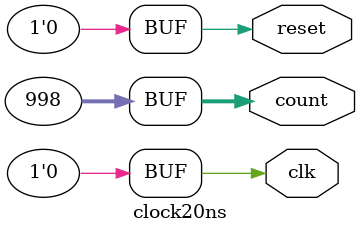
<source format=v>
`timescale 1ns / 1ps


module clock20ns (
  output reg reset,
  output reg clk,
  output integer count
);

    /*always @(posedge reset) begin
        count <= 0;
        clk <= 0;
        reset <= 0;
    end*/

    initial begin
        count = 0;
        clk = 0;
        //reset = 0;
        repeat(3000) begin
            if (count == 1000) begin
                reset = 1;
                clk = 0;
                count = 0;
                #10;
                reset = 0;
            end else begin
                clk = ~clk;
                count = count + 1;
                #10;
            end;
        end
    end

    initial begin 
        reset = 1;
        #35;
        reset = 0;
        #80;
        reset = 1;
        #30;
        reset = 0;
    end



endmodule

</source>
